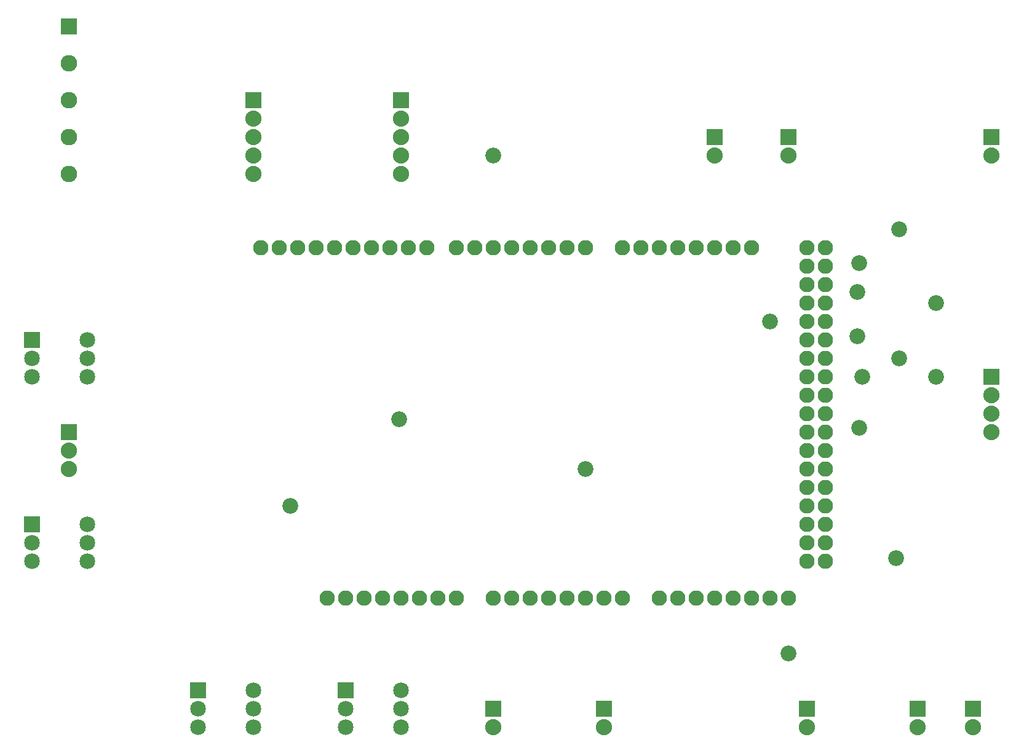
<source format=gbs>
G04 MADE WITH FRITZING*
G04 WWW.FRITZING.ORG*
G04 DOUBLE SIDED*
G04 HOLES PLATED*
G04 CONTOUR ON CENTER OF CONTOUR VECTOR*
%ASAXBY*%
%FSLAX23Y23*%
%MOIN*%
%OFA0B0*%
%SFA1.0B1.0*%
%ADD10C,0.085433*%
%ADD11C,0.085000*%
%ADD12C,0.082917*%
%ADD13C,0.088000*%
%ADD14C,0.090000*%
%ADD15R,0.085000X0.085000*%
%ADD16R,0.088000X0.088000*%
%ADD17R,0.089986X0.090000*%
%LNMASK0*%
G90*
G70*
G54D10*
X1702Y1544D03*
X2291Y2013D03*
G54D11*
X302Y1444D03*
X602Y1444D03*
X302Y1344D03*
X602Y1344D03*
X302Y1244D03*
X602Y1244D03*
X302Y2444D03*
X602Y2444D03*
X302Y2344D03*
X602Y2344D03*
X302Y2244D03*
X602Y2244D03*
X2002Y544D03*
X2302Y544D03*
X2002Y444D03*
X2302Y444D03*
X2002Y344D03*
X2302Y344D03*
X1202Y544D03*
X1502Y544D03*
X1202Y444D03*
X1502Y444D03*
X1202Y344D03*
X1502Y344D03*
G54D12*
X3802Y1044D03*
X2202Y1044D03*
X3902Y1044D03*
X4002Y1044D03*
X4102Y1044D03*
X4202Y1044D03*
X4502Y2444D03*
X4302Y1044D03*
X4402Y1044D03*
X2242Y2944D03*
X2802Y1044D03*
X2902Y1044D03*
X3002Y1044D03*
X3102Y1044D03*
X4502Y1644D03*
X3202Y1044D03*
X3302Y1044D03*
X3402Y1044D03*
X3502Y1044D03*
X3002Y2944D03*
X4502Y2844D03*
X4502Y2044D03*
X4502Y1244D03*
X1842Y2944D03*
X2602Y1044D03*
X2602Y2944D03*
X4502Y2644D03*
X4502Y2244D03*
X4502Y1844D03*
X4202Y2944D03*
X4502Y1444D03*
X4102Y2944D03*
X4002Y2944D03*
X3902Y2944D03*
X3802Y2944D03*
X3702Y2944D03*
X3602Y2944D03*
X3502Y2944D03*
X1642Y2944D03*
X2042Y2944D03*
X2442Y2944D03*
X2002Y1044D03*
X2402Y1044D03*
X3202Y2944D03*
X2802Y2944D03*
X4502Y2944D03*
X4502Y2744D03*
X4502Y2544D03*
X4502Y2344D03*
X4502Y2144D03*
X4502Y1944D03*
X4502Y1744D03*
X4502Y1544D03*
X4502Y1344D03*
X1542Y2944D03*
X1742Y2944D03*
X1942Y2944D03*
X2142Y2944D03*
X2342Y2944D03*
X1902Y1044D03*
X2102Y1044D03*
X2302Y1044D03*
X2502Y1044D03*
X3302Y2944D03*
X3102Y2944D03*
X2902Y2944D03*
X2702Y2944D03*
X4602Y2944D03*
X4602Y2844D03*
X4602Y2744D03*
X4602Y2644D03*
X4602Y2544D03*
X4602Y2444D03*
X4602Y2344D03*
X4602Y2244D03*
X4602Y2144D03*
X4602Y2044D03*
X4602Y1944D03*
X4602Y1844D03*
X4602Y1744D03*
X4602Y1644D03*
X4602Y1544D03*
X4602Y1444D03*
X4602Y1344D03*
X4602Y1244D03*
X3702Y1044D03*
G54D13*
X3402Y444D03*
X3402Y344D03*
X2802Y444D03*
X2802Y344D03*
X4402Y3544D03*
X4402Y3444D03*
X4002Y3544D03*
X4002Y3444D03*
X4502Y444D03*
X4502Y344D03*
X5402Y444D03*
X5402Y344D03*
X5102Y444D03*
X5102Y344D03*
X5502Y3544D03*
X5502Y3444D03*
X5502Y2244D03*
X5502Y2144D03*
X5502Y2044D03*
X5502Y1944D03*
X502Y1944D03*
X502Y1844D03*
X502Y1744D03*
G54D10*
X4775Y2703D03*
X4775Y2463D03*
X4302Y2544D03*
X4402Y744D03*
X5002Y2344D03*
X4802Y2244D03*
X4983Y1261D03*
X3302Y1744D03*
X4784Y1965D03*
X2802Y3444D03*
X5202Y2244D03*
X5202Y2644D03*
X4784Y2861D03*
X5002Y3044D03*
G54D14*
X502Y3944D03*
X502Y3744D03*
X502Y3544D03*
X502Y3344D03*
X502Y4144D03*
G54D13*
X2302Y3744D03*
X2302Y3644D03*
X2302Y3544D03*
X2302Y3444D03*
X2302Y3344D03*
X1502Y3744D03*
X1502Y3644D03*
X1502Y3544D03*
X1502Y3444D03*
X1502Y3344D03*
G54D15*
X302Y1444D03*
X302Y2444D03*
X2002Y544D03*
X1202Y544D03*
G54D16*
X3402Y444D03*
X2802Y444D03*
X4402Y3544D03*
X4002Y3544D03*
X4502Y444D03*
X5402Y444D03*
X5102Y444D03*
X5502Y3544D03*
X5502Y2244D03*
X502Y1944D03*
G54D17*
X502Y4144D03*
G54D16*
X2302Y3744D03*
X1502Y3744D03*
G04 End of Mask0*
M02*
</source>
